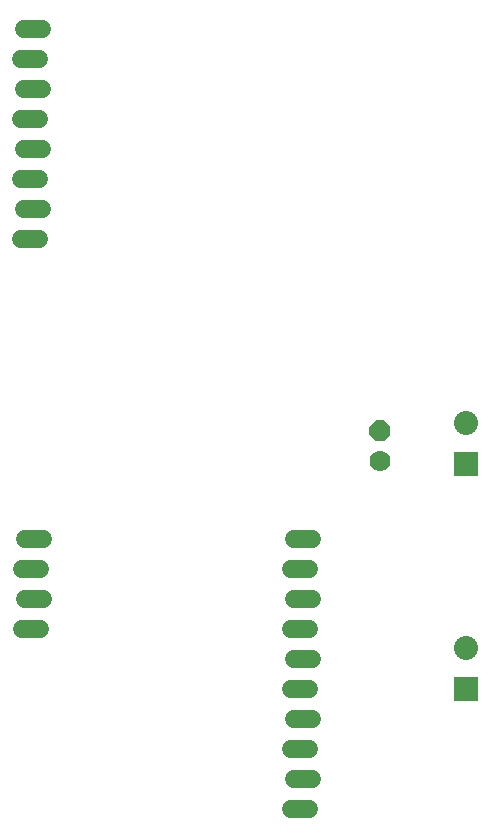
<source format=gbr>
G04 EAGLE Gerber RS-274X export*
G75*
%MOMM*%
%FSLAX34Y34*%
%LPD*%
%INTop Copper*%
%IPPOS*%
%AMOC8*
5,1,8,0,0,1.08239X$1,22.5*%
G01*
%ADD10C,1.524000*%
%ADD11R,2.032000X2.032000*%
%ADD12C,2.032000*%
%ADD13P,1.924489X8X112.500000*%
%ADD14C,1.778000*%


D10*
X58420Y203200D02*
X43180Y203200D01*
X45720Y228600D02*
X60960Y228600D01*
X58420Y254000D02*
X43180Y254000D01*
X45720Y279400D02*
X60960Y279400D01*
X273050Y279400D02*
X288290Y279400D01*
X285750Y254000D02*
X270510Y254000D01*
X273050Y228600D02*
X288290Y228600D01*
X285750Y203200D02*
X270510Y203200D01*
X273050Y177800D02*
X288290Y177800D01*
X285750Y152400D02*
X270510Y152400D01*
X273050Y127000D02*
X288290Y127000D01*
X285750Y101600D02*
X270510Y101600D01*
X273050Y76200D02*
X288290Y76200D01*
X285750Y50800D02*
X270510Y50800D01*
D11*
X419100Y342900D03*
D12*
X419100Y377900D03*
D11*
X419100Y152400D03*
D12*
X419100Y187400D03*
D10*
X57150Y533400D02*
X41910Y533400D01*
X44450Y558800D02*
X59690Y558800D01*
X57150Y584200D02*
X41910Y584200D01*
X44450Y609600D02*
X59690Y609600D01*
X57150Y635000D02*
X41910Y635000D01*
X44450Y660400D02*
X59690Y660400D01*
X57150Y685800D02*
X41910Y685800D01*
X44450Y711200D02*
X59690Y711200D01*
D13*
X345900Y371000D03*
D14*
X345900Y345600D03*
M02*

</source>
